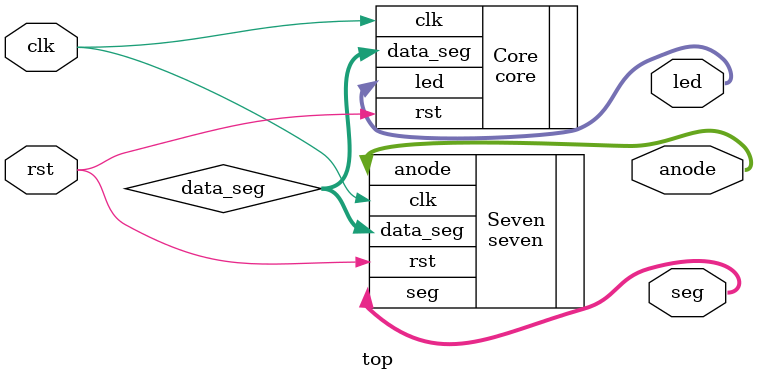
<source format=sv>
module top(
   clk,
   rst,
   led,
   anode,
   seg
);

   input wire clk, rst;
   output wire [15:0] led;
   output logic [3:0] anode;     // wire
   output logic [6:0] seg;       // wire

   wire [15:0] data_seg;

   // RISC-V core
   // input: clk, rst
   // output: led, data_seg
   core Core (
      .clk(clk),
      .rst(rst),

      .led(led),
      .data_seg(data_seg)
   );

   // Dynamic display of 7 seg led
   // input: clk, rst, data_seg
   // output: anode, seg
   seven Seven (
      .clk(clk),
      .rst(rst),

      .data_seg(data_seg),
      .anode(anode),
      .seg(seg)
   );

endmodule
</source>
